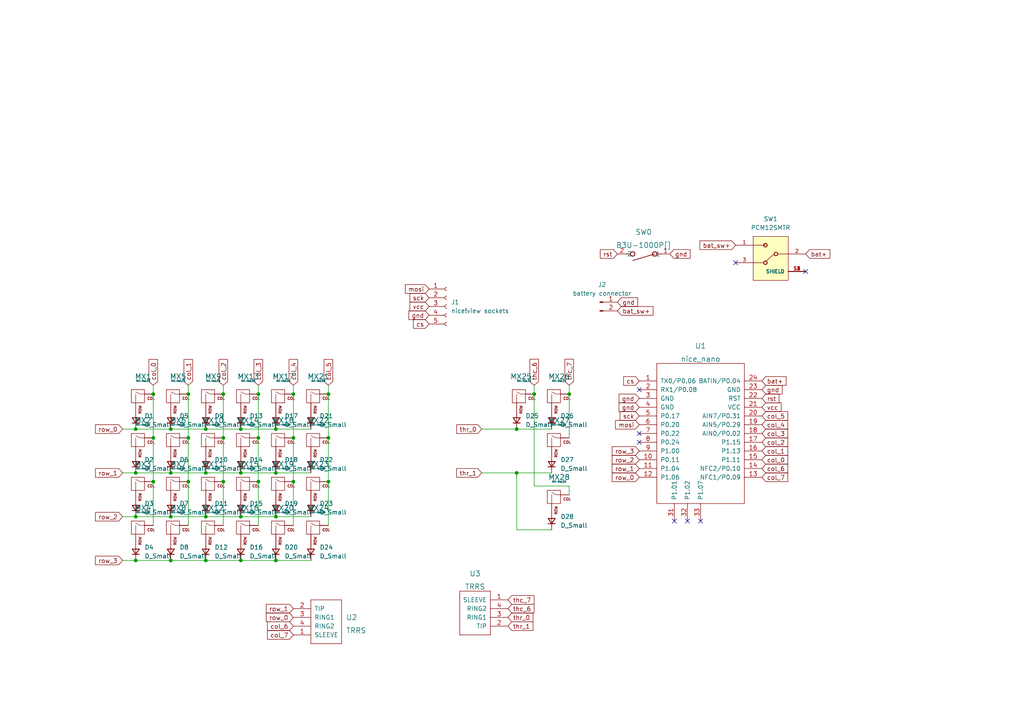
<source format=kicad_sch>
(kicad_sch (version 20230121) (generator eeschema)
  (paper "A4")
  (lib_symbols
    (symbol "2023-08-22_23-55-11:B3U-1000P[]" (pin_names (offset 0.254))
      (property "Reference" "SW" (at 7.62 3.81 0))
      (property "Value" "B3U-1000P[]" (at 0 0 0))
      (symbol "B3U-1000P[]_0_1"
        (polyline (pts (xy 2.54 0) (xy 3.81 0)) (stroke (width 0.2032)))
        (polyline (pts (xy 4.445 -1.905) (xy 10.795 0)) (stroke (width 0.2032)))
        (polyline (pts (xy 12.7 0) (xy 11.43 0)) (stroke (width 0.2032)))
        (circle (center 4.445 0) (radius 0.635) (stroke (width 0.254)))
        (circle (center 10.795 0) (radius 0.635) (stroke (width 0.254)))
        (pin unspecified line (at 15.24 0 180) (length 2.54) (name "1") (number "1"))
        (pin unspecified line (at 0 0 0) (length 2.54) (name "2") (number "2"))
      )
    )
    (symbol "Connector:Conn_01x02_Male" (pin_names (offset 1.016) hide)
      (property "Reference" "J" (at 0 2.54 0))
      (property "Value" "Conn_01x02_Male" (at 0 -5.08 0))
      (symbol "Conn_01x02_Male_1_1"
        (polyline (pts (xy 1.27 -2.54) (xy 0.8636 -2.54)) (stroke (width 0.1524)))
        (polyline (pts (xy 1.27 0) (xy 0.8636 0)) (stroke (width 0.1524)))
        (rectangle (start 0.8636 -2.413) (end 0 -2.667) (stroke (width 0.1524)) (fill (type outline)))
        (rectangle (start 0.8636 0.127) (end 0 -0.127) (stroke (width 0.1524)) (fill (type outline)))
        (pin passive line (at 5.08 0 180) (length 3.81) (name "Pin_1") (number "1"))
        (pin passive line (at 5.08 -2.54 180) (length 3.81) (name "Pin_2") (number "2"))
      )
    )
    (symbol "Connector:Conn_01x05_Female" (pin_names (offset 1.016) hide)
      (property "Reference" "J" (at 0 7.62 0))
      (property "Value" "Conn_01x05_Female" (at 0 -7.62 0))
      (symbol "Conn_01x05_Female_1_1"
        (arc (start 0 -4.572) (mid -0.5058 -5.08) (end 0 -5.588) (stroke (width 0.1524)))
        (arc (start 0 -2.032) (mid -0.5058 -2.54) (end 0 -3.048) (stroke (width 0.1524)))
        (polyline (pts (xy -1.27 -5.08) (xy -0.508 -5.08)) (stroke (width 0.1524)))
        (polyline (pts (xy -1.27 -2.54) (xy -0.508 -2.54)) (stroke (width 0.1524)))
        (polyline (pts (xy -1.27 0) (xy -0.508 0)) (stroke (width 0.1524)))
        (polyline (pts (xy -1.27 2.54) (xy -0.508 2.54)) (stroke (width 0.1524)))
        (polyline (pts (xy -1.27 5.08) (xy -0.508 5.08)) (stroke (width 0.1524)))
        (arc (start 0 0.508) (mid -0.5058 0) (end 0 -0.508) (stroke (width 0.1524)))
        (arc (start 0 3.048) (mid -0.5058 2.54) (end 0 2.032) (stroke (width 0.1524)))
        (arc (start 0 5.588) (mid -0.5058 5.08) (end 0 4.572) (stroke (width 0.1524)))
        (pin passive line (at -5.08 5.08 0) (length 3.81) (name "Pin_1") (number "1"))
        (pin passive line (at -5.08 2.54 0) (length 3.81) (name "Pin_2") (number "2"))
        (pin passive line (at -5.08 0 0) (length 3.81) (name "Pin_3") (number "3"))
        (pin passive line (at -5.08 -2.54 0) (length 3.81) (name "Pin_4") (number "4"))
        (pin passive line (at -5.08 -5.08 0) (length 3.81) (name "Pin_5") (number "5"))
      )
    )
    (symbol "Device:D_Small" (pin_numbers hide) (pin_names (offset 0.254) hide)
      (property "Reference" "D" (at -1.27 2.032 0))
      (property "Value" "D_Small" (at -3.81 -2.032 0))
      (symbol "D_Small_0_1"
        (polyline (pts (xy -0.762 -1.016) (xy -0.762 1.016)) (stroke (width 0.254)))
        (polyline (pts (xy -0.762 0) (xy 0.762 0)))
        (polyline (pts (xy 0.762 -1.016) (xy -0.762 0) (xy 0.762 1.016) (xy 0.762 -1.016)) (stroke (width 0.254)))
      )
      (symbol "D_Small_1_1"
        (pin passive line (at -2.54 0 0) (length 1.778) (name "K") (number "1"))
        (pin passive line (at 2.54 0 180) (length 1.778) (name "A") (number "2"))
      )
    )
    (symbol "MX_Alps_Hybrid:MX-NoLED" (pin_names (offset 1.016))
      (property "Reference" "MX" (at -0.635 3.81 0))
      (property "Value" "MX-NoLED" (at -0.635 1.27 0))
      (symbol "MX-NoLED_0_0"
        (rectangle (start -2.54 2.54) (end 1.27 -1.27))
        (polyline (pts (xy -1.27 -1.27) (xy -1.27 1.27)) (stroke (width 0.127)))
        (polyline (pts (xy 1.27 1.27) (xy 0 1.27) (xy -1.27 1.905)) (stroke (width 0.127)))
        (text "COL" (at 3.175 0 0) (effects (font (size 0.762 0.762))))
        (text "ROW" (at 0 -1.905 900) (effects (font (size 0.762 0.762)) (justify right)))
      )
      (symbol "MX-NoLED_1_1"
        (pin passive line (at 3.81 1.27 180) (length 2.54) (name "COL") (number "1"))
        (pin passive line (at -1.27 -3.81 90) (length 2.54) (name "ROW") (number "2"))
      )
    )
    (symbol "PCM12SMTR:PCM12SMTR" (pin_names (offset 1.016))
      (property "Reference" "SW" (at -5.0844 5.3386 0))
      (property "Value" "PCM12SMTR" (at -5.1814 -9.6619 0))
      (symbol "PCM12SMTR_0_0"
        (rectangle (start -5.08 -7.62) (end 5.08 5.08) (stroke (width 0.1524)) (fill (type background)))
        (circle (center -1.524 -2.54) (radius 0.508) (stroke (width 0.254)))
        (circle (center -1.524 2.54) (radius 0.508) (stroke (width 0.254)))
        (polyline (pts (xy -5.08 -2.54) (xy -2.032 -2.54)) (stroke (width 0.1524)))
        (polyline (pts (xy -5.08 2.54) (xy -1.524 2.54)) (stroke (width 0.1524)))
        (polyline (pts (xy 1.016 0) (xy -1.27 -2.032)) (stroke (width 0.1524)))
        (polyline (pts (xy 2.032 0) (xy 5.08 0)) (stroke (width 0.1524)))
        (circle (center 1.524 0) (radius 0.508) (stroke (width 0.254)))
        (pin passive line (at -10.16 2.54 0) (length 5.08) (name "~") (number "1"))
        (pin passive line (at 10.16 0 180) (length 5.08) (name "~") (number "2"))
        (pin passive line (at -10.16 -2.54 0) (length 5.08) (name "~") (number "3"))
        (pin passive line (at 10.16 -5.08 180) (length 5.08) (name "SHIELD") (number "S1"))
        (pin passive line (at 10.16 -5.08 180) (length 5.08) (name "SHIELD") (number "S2"))
        (pin passive line (at 10.16 -5.08 180) (length 5.08) (name "SHIELD") (number "S3"))
        (pin passive line (at 10.16 -5.08 180) (length 5.08) (name "SHIELD") (number "S4"))
      )
    )
    (symbol "keebio:TRRS" (pin_names (offset 1.016))
      (property "Reference" "U" (at 0 15.24 0))
      (property "Value" "TRRS" (at 0 -2.54 0))
      (symbol "TRRS_0_1"
        (rectangle (start -3.81 0) (end -3.81 12.7))
        (rectangle (start -3.81 12.7) (end 5.08 12.7))
        (rectangle (start 5.08 0) (end -3.81 0))
        (rectangle (start 5.08 12.7) (end 5.08 0))
      )
      (symbol "TRRS_1_1"
        (pin input line (at -8.89 2.54 0) (length 5.08) (name "SLEEVE") (number "1"))
        (pin input line (at -8.89 10.16 0) (length 5.08) (name "TIP") (number "2"))
        (pin input line (at -8.89 7.62 0) (length 5.08) (name "RING1") (number "3"))
        (pin input line (at -8.89 5.08 0) (length 5.08) (name "RING2") (number "4"))
      )
    )
    (symbol "nice_nano:nice_nano" (pin_names (offset 1.016))
      (property "Reference" "U" (at 0 0 0))
      (property "Value" "nice_nano" (at 0 2.54 0))
      (symbol "nice_nano_0_1"
        (rectangle (start -12.7 -21.59) (end 12.7 19.05))
      )
      (symbol "nice_nano_1_1"
        (pin input line (at -17.78 13.97 0) (length 5.08) (name "TX0/P0.06") (number "1"))
        (pin input line (at -17.78 -8.89 0) (length 5.08) (name "P0.11") (number "10"))
        (pin input line (at -17.78 -11.43 0) (length 5.08) (name "P1.04") (number "11"))
        (pin input line (at -17.78 -13.97 0) (length 5.08) (name "P1.06") (number "12"))
        (pin input line (at 17.78 -13.97 180) (length 5.08) (name "NFC1/P0.09") (number "13"))
        (pin input line (at 17.78 -11.43 180) (length 5.08) (name "NFC2/P0.10") (number "14"))
        (pin input line (at 17.78 -8.89 180) (length 5.08) (name "P1.11") (number "15"))
        (pin input line (at 17.78 -6.35 180) (length 5.08) (name "P1.13") (number "16"))
        (pin input line (at 17.78 -3.81 180) (length 5.08) (name "P1.15") (number "17"))
        (pin input line (at 17.78 -1.27 180) (length 5.08) (name "AIN0/P0.02") (number "18"))
        (pin input line (at 17.78 1.27 180) (length 5.08) (name "AIN5/P0.29") (number "19"))
        (pin input line (at -17.78 11.43 0) (length 5.08) (name "RX1/P0.08") (number "2"))
        (pin input line (at 17.78 3.81 180) (length 5.08) (name "AIN7/P0.31") (number "20"))
        (pin input line (at 17.78 6.35 180) (length 5.08) (name "VCC") (number "21"))
        (pin input line (at 17.78 8.89 180) (length 5.08) (name "RST") (number "22"))
        (pin input line (at 17.78 11.43 180) (length 5.08) (name "GND") (number "23"))
        (pin input line (at 17.78 13.97 180) (length 5.08) (name "BATIN/P0.04") (number "24"))
        (pin input line (at -17.78 8.89 0) (length 5.08) (name "GND") (number "3"))
        (pin input line (at -7.62 -26.67 90) (length 5.08) (name "P1.01") (number "31"))
        (pin input line (at -3.81 -26.67 90) (length 5.08) (name "P1.02") (number "32"))
        (pin input line (at 0 -26.67 90) (length 5.08) (name "P1.07") (number "33"))
        (pin input line (at -17.78 6.35 0) (length 5.08) (name "GND") (number "4"))
        (pin input line (at -17.78 3.81 0) (length 5.08) (name "P0.17") (number "5"))
        (pin input line (at -17.78 1.27 0) (length 5.08) (name "P0.20") (number "6"))
        (pin input line (at -17.78 -1.27 0) (length 5.08) (name "P0.22") (number "7"))
        (pin input line (at -17.78 -3.81 0) (length 5.08) (name "P0.24") (number "8"))
        (pin input line (at -17.78 -6.35 0) (length 5.08) (name "P1.00") (number "9"))
      )
    )
  )
  (junction (at 54.61 139.7))
  (junction (at 59.69 137.16))
  (junction (at 165.1 114.3))
  (junction (at 69.85 124.46))
  (junction (at 49.53 149.86))
  (junction (at 154.94 114.3))
  (junction (at 49.53 137.16))
  (junction (at 95.25 139.7))
  (junction (at 80.01 137.16))
  (junction (at 69.85 137.16))
  (junction (at 59.69 162.56))
  (junction (at 69.85 162.56))
  (junction (at 54.61 127))
  (junction (at 74.93 139.7))
  (junction (at 39.37 149.86))
  (junction (at 85.09 127))
  (junction (at 74.93 114.3))
  (junction (at 80.01 162.56))
  (junction (at 44.45 127))
  (junction (at 54.61 114.3))
  (junction (at 49.53 124.46))
  (junction (at 59.69 124.46))
  (junction (at 149.86 137.16))
  (junction (at 95.25 114.3))
  (junction (at 69.85 149.86))
  (junction (at 149.86 124.46))
  (junction (at 39.37 162.56))
  (junction (at 39.37 137.16))
  (junction (at 64.77 114.3))
  (junction (at 95.25 127))
  (junction (at 85.09 114.3))
  (junction (at 64.77 139.7))
  (junction (at 49.53 162.56))
  (junction (at 39.37 124.46))
  (junction (at 44.45 114.3))
  (junction (at 85.09 139.7))
  (junction (at 74.93 127))
  (junction (at 80.01 149.86))
  (junction (at 44.45 139.7))
  (junction (at 64.77 127))
  (junction (at 59.69 149.86))
  (junction (at 80.01 124.46))
  (no_connect (at 199.39 151.13))
  (no_connect (at 195.58 151.13))
  (no_connect (at 185.42 128.27))
  (no_connect (at 203.2 151.13))
  (no_connect (at 185.42 125.73))
  (no_connect (at 213.36 76.2))
  (no_connect (at 233.68 78.74))
  (no_connect (at 185.42 113.03))
  (wire (pts (xy 80.01 162.56) (xy 90.17 162.56)))
  (wire (pts (xy 49.53 124.46) (xy 59.69 124.46)))
  (wire (pts (xy 139.7 137.16) (xy 149.86 137.16)))
  (wire (pts (xy 44.45 114.3) (xy 44.45 127)))
  (wire (pts (xy 85.09 114.3) (xy 85.09 127)))
  (wire (pts (xy 74.93 139.7) (xy 74.93 152.4)))
  (wire (pts (xy 154.94 111.76) (xy 154.94 114.3)))
  (wire (pts (xy 64.77 114.3) (xy 64.77 127)))
  (wire (pts (xy 59.69 137.16) (xy 69.85 137.16)))
  (wire (pts (xy 44.45 111.76) (xy 44.45 114.3)))
  (wire (pts (xy 59.69 124.46) (xy 69.85 124.46)))
  (wire (pts (xy 149.86 124.46) (xy 160.02 124.46)))
  (wire (pts (xy 35.56 137.16) (xy 39.37 137.16)))
  (wire (pts (xy 95.25 111.76) (xy 95.25 114.3)))
  (wire (pts (xy 139.7 124.46) (xy 149.86 124.46)))
  (wire (pts (xy 80.01 137.16) (xy 90.17 137.16)))
  (wire (pts (xy 54.61 114.3) (xy 54.61 127)))
  (wire (pts (xy 64.77 111.76) (xy 64.77 114.3)))
  (wire (pts (xy 74.93 127) (xy 74.93 139.7)))
  (wire (pts (xy 74.93 114.3) (xy 74.93 127)))
  (wire (pts (xy 74.93 111.76) (xy 74.93 114.3)))
  (wire (pts (xy 95.25 127) (xy 95.25 139.7)))
  (wire (pts (xy 165.1 114.3) (xy 165.1 127)))
  (wire (pts (xy 149.86 137.16) (xy 160.02 137.16)))
  (wire (pts (xy 154.94 140.97) (xy 165.1 140.97)))
  (wire (pts (xy 49.53 149.86) (xy 59.69 149.86)))
  (wire (pts (xy 49.53 162.56) (xy 59.69 162.56)))
  (wire (pts (xy 39.37 149.86) (xy 49.53 149.86)))
  (wire (pts (xy 165.1 140.97) (xy 165.1 143.51)))
  (wire (pts (xy 95.25 114.3) (xy 95.25 127)))
  (wire (pts (xy 35.56 162.56) (xy 39.37 162.56)))
  (wire (pts (xy 69.85 149.86) (xy 80.01 149.86)))
  (wire (pts (xy 54.61 139.7) (xy 54.61 152.4)))
  (wire (pts (xy 64.77 127) (xy 64.77 139.7)))
  (wire (pts (xy 95.25 139.7) (xy 95.25 152.4)))
  (wire (pts (xy 149.86 137.16) (xy 149.86 153.67)))
  (wire (pts (xy 64.77 139.7) (xy 64.77 152.4)))
  (wire (pts (xy 49.53 137.16) (xy 59.69 137.16)))
  (wire (pts (xy 54.61 127) (xy 54.61 139.7)))
  (wire (pts (xy 39.37 137.16) (xy 49.53 137.16)))
  (wire (pts (xy 85.09 111.76) (xy 85.09 114.3)))
  (wire (pts (xy 85.09 139.7) (xy 85.09 152.4)))
  (wire (pts (xy 80.01 124.46) (xy 90.17 124.46)))
  (wire (pts (xy 35.56 124.46) (xy 39.37 124.46)))
  (wire (pts (xy 59.69 149.86) (xy 69.85 149.86)))
  (wire (pts (xy 44.45 139.7) (xy 44.45 152.4)))
  (wire (pts (xy 160.02 153.67) (xy 149.86 153.67)))
  (wire (pts (xy 54.61 111.76) (xy 54.61 114.3)))
  (wire (pts (xy 80.01 149.86) (xy 90.17 149.86)))
  (wire (pts (xy 44.45 127) (xy 44.45 139.7)))
  (wire (pts (xy 85.09 127) (xy 85.09 139.7)))
  (wire (pts (xy 69.85 124.46) (xy 80.01 124.46)))
  (wire (pts (xy 35.56 149.86) (xy 39.37 149.86)))
  (wire (pts (xy 69.85 162.56) (xy 80.01 162.56)))
  (wire (pts (xy 69.85 137.16) (xy 80.01 137.16)))
  (wire (pts (xy 154.94 114.3) (xy 154.94 140.97)))
  (wire (pts (xy 39.37 162.56) (xy 49.53 162.56)))
  (wire (pts (xy 39.37 124.46) (xy 49.53 124.46)))
  (wire (pts (xy 59.69 162.56) (xy 69.85 162.56)))
  (wire (pts (xy 165.1 111.76) (xy 165.1 114.3)))
  (global_label "cs" (shape input) (at 124.46 93.98 180) (property "Intersheetrefs" "${INTERSHEET_REFS}" (effects hide)))
  (global_label "gnd" (shape input) (at 194.31 73.66 0) (property "Intersheetrefs" "${INTERSHEET_REFS}" (effects hide)))
  (global_label "gnd" (shape input) (at 220.98 113.03 0) (property "Intersheetrefs" "${INTERSHEET_REFS}" (effects hide)))
  (global_label "col_1" (shape input) (at 220.98 130.81 0) (property "Intersheetrefs" "${INTERSHEET_REFS}" (effects hide)))
  (global_label "row_2" (shape input) (at 35.56 149.86 180) (property "Intersheetrefs" "${INTERSHEET_REFS}" (effects hide)))
  (global_label "vcc" (shape input) (at 124.46 88.9 180) (property "Intersheetrefs" "${INTERSHEET_REFS}" (effects hide)))
  (global_label "bat+" (shape input) (at 233.68 73.66 0) (property "Intersheetrefs" "${INTERSHEET_REFS}" (effects hide)))
  (global_label "col_0" (shape input) (at 220.98 133.35 0) (property "Intersheetrefs" "${INTERSHEET_REFS}" (effects hide)))
  (global_label "gnd" (shape input) (at 185.42 115.57 180) (property "Intersheetrefs" "${INTERSHEET_REFS}" (effects hide)))
  (global_label "col_3" (shape input) (at 220.98 125.73 0) (property "Intersheetrefs" "${INTERSHEET_REFS}" (effects hide)))
  (global_label "mosi" (shape input) (at 185.42 123.19 180) (property "Intersheetrefs" "${INTERSHEET_REFS}" (effects hide)))
  (global_label "row_3" (shape input) (at 35.56 162.56 180) (property "Intersheetrefs" "${INTERSHEET_REFS}" (effects hide)))
  (global_label "col_3" (shape input) (at 74.93 111.76 90) (property "Intersheetrefs" "${INTERSHEET_REFS}" (effects hide)))
  (global_label "col_6" (shape input) (at 220.98 135.89 0) (property "Intersheetrefs" "${INTERSHEET_REFS}" (effects hide)))
  (global_label "row_1" (shape input) (at 185.42 135.89 180) (property "Intersheetrefs" "${INTERSHEET_REFS}" (effects hide)))
  (global_label "thc_6" (shape input) (at 154.94 111.76 90) (property "Intersheetrefs" "${INTERSHEET_REFS}" (effects hide)))
  (global_label "row_1" (shape input) (at 35.56 137.16 180) (property "Intersheetrefs" "${INTERSHEET_REFS}" (effects hide)))
  (global_label "col_2" (shape input) (at 64.77 111.76 90) (property "Intersheetrefs" "${INTERSHEET_REFS}" (effects hide)))
  (global_label "col_7" (shape input) (at 85.09 184.15 180) (property "Intersheetrefs" "${INTERSHEET_REFS}" (effects hide)))
  (global_label "row_0" (shape input) (at 185.42 138.43 180) (property "Intersheetrefs" "${INTERSHEET_REFS}" (effects hide)))
  (global_label "col_5" (shape input) (at 95.25 111.76 90) (property "Intersheetrefs" "${INTERSHEET_REFS}" (effects hide)))
  (global_label "col_7" (shape input) (at 220.98 138.43 0) (property "Intersheetrefs" "${INTERSHEET_REFS}" (effects hide)))
  (global_label "rst" (shape input) (at 220.98 115.57 0) (property "Intersheetrefs" "${INTERSHEET_REFS}" (effects hide)))
  (global_label "row_2" (shape input) (at 185.42 133.35 180) (property "Intersheetrefs" "${INTERSHEET_REFS}" (effects hide)))
  (global_label "vcc" (shape input) (at 220.98 118.11 0) (property "Intersheetrefs" "${INTERSHEET_REFS}" (effects hide)))
  (global_label "col_0" (shape input) (at 44.45 111.76 90) (property "Intersheetrefs" "${INTERSHEET_REFS}" (effects hide)))
  (global_label "rst" (shape input) (at 179.07 73.66 180) (property "Intersheetrefs" "${INTERSHEET_REFS}" (effects hide)))
  (global_label "row_3" (shape input) (at 185.42 130.81 180) (property "Intersheetrefs" "${INTERSHEET_REFS}" (effects hide)))
  (global_label "thr_1" (shape input) (at 139.7 137.16 180) (property "Intersheetrefs" "${INTERSHEET_REFS}" (effects hide)))
  (global_label "row_0" (shape input) (at 85.09 179.07 180) (property "Intersheetrefs" "${INTERSHEET_REFS}" (effects hide)))
  (global_label "col_4" (shape input) (at 220.98 123.19 0) (property "Intersheetrefs" "${INTERSHEET_REFS}" (effects hide)))
  (global_label "sck" (shape input) (at 185.42 120.65 180) (property "Intersheetrefs" "${INTERSHEET_REFS}" (effects hide)))
  (global_label "col_1" (shape input) (at 54.61 111.76 90) (property "Intersheetrefs" "${INTERSHEET_REFS}" (effects hide)))
  (global_label "bat_sw+" (shape input) (at 179.07 90.17 0) (property "Intersheetrefs" "${INTERSHEET_REFS}" (effects hide)))
  (global_label "thr_1" (shape input) (at 147.32 181.61 0) (property "Intersheetrefs" "${INTERSHEET_REFS}" (effects hide)))
  (global_label "col_2" (shape input) (at 220.98 128.27 0) (property "Intersheetrefs" "${INTERSHEET_REFS}" (effects hide)))
  (global_label "sck" (shape input) (at 124.46 86.36 180) (property "Intersheetrefs" "${INTERSHEET_REFS}" (effects hide)))
  (global_label "thc_7" (shape input) (at 147.32 173.99 0) (property "Intersheetrefs" "${INTERSHEET_REFS}" (effects hide)))
  (global_label "bat_sw+" (shape input) (at 213.36 71.12 180) (property "Intersheetrefs" "${INTERSHEET_REFS}" (effects hide)))
  (global_label "col_4" (shape input) (at 85.09 111.76 90) (property "Intersheetrefs" "${INTERSHEET_REFS}" (effects hide)))
  (global_label "gnd" (shape input) (at 185.42 118.11 180) (property "Intersheetrefs" "${INTERSHEET_REFS}" (effects hide)))
  (global_label "thc_6" (shape input) (at 147.32 176.53 0) (property "Intersheetrefs" "${INTERSHEET_REFS}" (effects hide)))
  (global_label "cs" (shape input) (at 185.42 110.49 180) (property "Intersheetrefs" "${INTERSHEET_REFS}" (effects hide)))
  (global_label "gnd" (shape input) (at 124.46 91.44 180) (property "Intersheetrefs" "${INTERSHEET_REFS}" (effects hide)))
  (global_label "row_0" (shape input) (at 35.56 124.46 180) (property "Intersheetrefs" "${INTERSHEET_REFS}" (effects hide)))
  (global_label "mosi" (shape input) (at 124.46 83.82 180) (property "Intersheetrefs" "${INTERSHEET_REFS}" (effects hide)))
  (global_label "thr_0" (shape input) (at 147.32 179.07 0) (property "Intersheetrefs" "${INTERSHEET_REFS}" (effects hide)))
  (global_label "col_6" (shape input) (at 85.09 181.61 180) (property "Intersheetrefs" "${INTERSHEET_REFS}" (effects hide)))
  (global_label "row_1" (shape input) (at 85.09 176.53 180) (property "Intersheetrefs" "${INTERSHEET_REFS}" (effects hide)))
  (global_label "gnd" (shape input) (at 179.07 87.63 0) (property "Intersheetrefs" "${INTERSHEET_REFS}" (effects hide)))
  (global_label "bat+" (shape input) (at 220.98 110.49 0) (property "Intersheetrefs" "${INTERSHEET_REFS}" (effects hide)))
  (global_label "thc_7" (shape input) (at 165.1 111.76 90) (property "Intersheetrefs" "${INTERSHEET_REFS}" (effects hide)))
  (global_label "col_5" (shape input) (at 220.98 120.65 0) (property "Intersheetrefs" "${INTERSHEET_REFS}" (effects hide)))
  (global_label "thr_0" (shape input) (at 139.7 124.46 180) (property "Intersheetrefs" "${INTERSHEET_REFS}" (effects hide)))
  (symbol (lib_id "MX_Alps_Hybrid:MX-NoLED") (at 71.12 153.67 0) (unit 1)
    (property "Reference" "MX16" (at 72.0056 147.32 0) (effects (font (size 1.524 1.524))))
    (property "Value" "MX-NoLED" (at 72.0056 148.59 0) (effects (font (size 0.508 0.508))))
    (property "Footprint" "MX_Only:MXOnly-1U-Hotswap" (effects hide))
  )
  (symbol (lib_id "Device:D_Small") (at 59.69 121.92 90) (unit 1)
    (property "Reference" "D9" (at 62.23 120.6499 90) (effects (justify right)))
    (property "Value" "D_Small" (at 62.23 123.1899 90) (effects (justify right)))
    (property "Footprint" "modified_footprints:D_SOD-123_reversible" (effects hide))
  )
  (symbol (lib_id "Device:D_Small") (at 69.85 134.62 90) (unit 1)
    (property "Reference" "D14" (at 72.39 133.3499 90) (effects (justify right)))
    (property "Value" "D_Small" (at 72.39 135.8899 90) (effects (justify right)))
    (property "Footprint" "modified_footprints:D_SOD-123_reversible" (effects hide))
  )
  (symbol (lib_id "Device:D_Small") (at 39.37 121.92 90) (unit 1)
    (property "Reference" "D1" (at 41.91 120.6499 90) (effects (justify right)))
    (property "Value" "D_Small" (at 41.91 123.1899 90) (effects (justify right)))
    (property "Footprint" "modified_footprints:D_SOD-123_reversible" (effects hide))
  )
  (symbol (lib_id "Connector:Conn_01x05_Female") (at 129.54 88.9 0) (unit 1)
    (property "Reference" "J1" (at 130.81 87.6299 0) (effects (justify left)))
    (property "Value" "nice!view sockets" (at 130.81 90.1699 0) (effects (justify left)))
    (property "Footprint" "modified_footprints:nice_view_adapted" (effects hide))
  )
  (symbol (lib_id "Device:D_Small") (at 49.53 147.32 90) (unit 1)
    (property "Reference" "D7" (at 52.07 146.0499 90) (effects (justify right)))
    (property "Value" "D_Small" (at 52.07 148.5899 90) (effects (justify right)))
    (property "Footprint" "modified_footprints:D_SOD-123_reversible" (effects hide))
  )
  (symbol (lib_id "nice_nano:nice_nano") (at 203.2 124.46 0) (unit 1)
    (property "Reference" "U1" (at 203.2 100.33 0) (effects (font (size 1.524 1.524))))
    (property "Value" "nice_nano" (at 203.2 104.14 0) (effects (font (size 1.524 1.524))))
    (property "Footprint" "keyboard_reversible:ProMicro" (effects hide))
  )
  (symbol (lib_id "2023-08-22_23-55-11:B3U-1000P[]") (at 179.07 73.66 0) (unit 1)
    (property "Reference" "SW0" (at 186.69 67.31 0) (effects (font (size 1.524 1.524))))
    (property "Value" "B3U-1000P[]" (at 186.69 71.12 0) (effects (font (size 1.524 1.524))))
    (property "Footprint" "SW_B3U-1000P_OMR" (effects hide))
    (property "Datasheet" "B3U-1000P[]" (effects hide))
  )
  (symbol (lib_id "MX_Alps_Hybrid:MX-NoLED") (at 50.8 153.67 0) (unit 1)
    (property "Reference" "MX8" (at 51.6856 147.32 0) (effects (font (size 1.524 1.524))))
    (property "Value" "MX-NoLED" (at 51.6856 148.59 0) (effects (font (size 0.508 0.508))))
    (property "Footprint" "MX_Only:MXOnly-1U-Hotswap" (effects hide))
  )
  (symbol (lib_id "MX_Alps_Hybrid:MX-NoLED") (at 81.28 115.57 0) (unit 1)
    (property "Reference" "MX17" (at 82.1656 109.22 0) (effects (font (size 1.524 1.524))))
    (property "Value" "MX-NoLED" (at 82.1656 110.49 0) (effects (font (size 0.508 0.508))))
    (property "Footprint" "MX_Only:MXOnly-1U-Hotswap" (effects hide))
  )
  (symbol (lib_id "MX_Alps_Hybrid:MX-NoLED") (at 50.8 115.57 0) (unit 1)
    (property "Reference" "MX5" (at 51.6856 109.22 0) (effects (font (size 1.524 1.524))))
    (property "Value" "MX-NoLED" (at 51.6856 110.49 0) (effects (font (size 0.508 0.508))))
    (property "Footprint" "MX_Only:MXOnly-1U-Hotswap" (effects hide))
  )
  (symbol (lib_id "MX_Alps_Hybrid:MX-NoLED") (at 50.8 140.97 0) (unit 1)
    (property "Reference" "MX7" (at 51.6856 134.62 0) (effects (font (size 1.524 1.524))))
    (property "Value" "MX-NoLED" (at 51.6856 135.89 0) (effects (font (size 0.508 0.508))))
    (property "Footprint" "MX_Only:MXOnly-1U-Hotswap" (effects hide))
  )
  (symbol (lib_id "MX_Alps_Hybrid:MX-NoLED") (at 81.28 128.27 0) (unit 1)
    (property "Reference" "MX18" (at 82.1656 121.92 0) (effects (font (size 1.524 1.524))))
    (property "Value" "MX-NoLED" (at 82.1656 123.19 0) (effects (font (size 0.508 0.508))))
    (property "Footprint" "MX_Only:MXOnly-1U-Hotswap" (effects hide))
  )
  (symbol (lib_id "Device:D_Small") (at 160.02 121.92 90) (unit 1)
    (property "Reference" "D26" (at 162.56 120.6499 90) (effects (justify right)))
    (property "Value" "D_Small" (at 162.56 123.1899 90) (effects (justify right)))
    (property "Footprint" "modified_footprints:D_SOD-123_reversible" (effects hide))
  )
  (symbol (lib_id "Device:D_Small") (at 49.53 121.92 90) (unit 1)
    (property "Reference" "D5" (at 52.07 120.6499 90) (effects (justify right)))
    (property "Value" "D_Small" (at 52.07 123.1899 90) (effects (justify right)))
    (property "Footprint" "modified_footprints:D_SOD-123_reversible" (effects hide))
  )
  (symbol (lib_id "Device:D_Small") (at 59.69 147.32 90) (unit 1)
    (property "Reference" "D11" (at 62.23 146.0499 90) (effects (justify right)))
    (property "Value" "D_Small" (at 62.23 148.5899 90) (effects (justify right)))
    (property "Footprint" "modified_footprints:D_SOD-123_reversible" (effects hide))
  )
  (symbol (lib_id "Device:D_Small") (at 90.17 147.32 90) (unit 1)
    (property "Reference" "D23" (at 92.71 146.0499 90) (effects (justify right)))
    (property "Value" "D_Small" (at 92.71 148.5899 90) (effects (justify right)))
    (property "Footprint" "modified_footprints:D_SOD-123_reversible" (effects hide))
  )
  (symbol (lib_id "MX_Alps_Hybrid:MX-NoLED") (at 40.64 128.27 0) (unit 1)
    (property "Reference" "MX2" (at 41.5256 121.92 0) (effects (font (size 1.524 1.524))))
    (property "Value" "MX-NoLED" (at 41.5256 123.19 0) (effects (font (size 0.508 0.508))))
    (property "Footprint" "MX_Only:MXOnly-1U-Hotswap" (effects hide))
  )
  (symbol (lib_id "MX_Alps_Hybrid:MX-NoLED") (at 81.28 153.67 0) (unit 1)
    (property "Reference" "MX20" (at 82.1656 147.32 0) (effects (font (size 1.524 1.524))))
    (property "Value" "MX-NoLED" (at 82.1656 148.59 0) (effects (font (size 0.508 0.508))))
    (property "Footprint" "MX_Only:MXOnly-1U-Hotswap" (effects hide))
  )
  (symbol (lib_id "MX_Alps_Hybrid:MX-NoLED") (at 151.13 115.57 0) (unit 1)
    (property "Reference" "MX25" (at 151.13 109.22 0) (effects (font (size 1.524 1.524))))
    (property "Value" "MX-NoLED" (at 152.0156 110.49 0) (effects (font (size 0.508 0.508))))
    (property "Footprint" "MX_Only:MXOnly-2.25U-Hotswap" (effects hide))
  )
  (symbol (lib_id "MX_Alps_Hybrid:MX-NoLED") (at 161.29 144.78 0) (unit 1)
    (property "Reference" "MX28" (at 162.1756 138.43 0) (effects (font (size 1.524 1.524))))
    (property "Value" "MX-NoLED" (at 162.1756 139.7 0) (effects (font (size 0.508 0.508))))
    (property "Footprint" "MX_Only:MXOnly-1.5U-Hotswap" (effects hide))
  )
  (symbol (lib_id "MX_Alps_Hybrid:MX-NoLED") (at 40.64 153.67 0) (unit 1)
    (property "Reference" "MX4" (at 41.5256 147.32 0) (effects (font (size 1.524 1.524))))
    (property "Value" "MX-NoLED" (at 41.5256 148.59 0) (effects (font (size 0.508 0.508))))
    (property "Footprint" "MX_Only:MXOnly-1U-Hotswap" (effects hide))
  )
  (symbol (lib_id "Device:D_Small") (at 49.53 160.02 90) (unit 1)
    (property "Reference" "D8" (at 52.07 158.7499 90) (effects (justify right)))
    (property "Value" "D_Small" (at 52.07 161.2899 90) (effects (justify right)))
    (property "Footprint" "modified_footprints:D_SOD-123_reversible" (effects hide))
  )
  (symbol (lib_id "MX_Alps_Hybrid:MX-NoLED") (at 161.29 128.27 0) (unit 1)
    (property "Reference" "MX27" (at 162.1756 121.92 0) (effects (font (size 1.524 1.524))))
    (property "Value" "MX-NoLED" (at 162.1756 123.19 0) (effects (font (size 0.508 0.508))))
    (property "Footprint" "MX_Only:MXOnly-1.5U-Hotswap" (effects hide))
  )
  (symbol (lib_id "Device:D_Small") (at 160.02 151.13 90) (unit 1)
    (property "Reference" "D28" (at 162.56 149.8599 90) (effects (justify right)))
    (property "Value" "D_Small" (at 162.56 152.3999 90) (effects (justify right)))
    (property "Footprint" "modified_footprints:D_SOD-123_reversible" (effects hide))
  )
  (symbol (lib_id "PCM12SMTR:PCM12SMTR") (at 223.52 73.66 0) (unit 1)
    (property "Reference" "SW1" (at 223.52 63.5 0))
    (property "Value" "PCM12SMTR" (at 223.52 66.04 0))
    (property "Footprint" "SW_PCM12SMTR" (effects hide))
    (property "DigiKey_Part_Number" "401-2016-2-ND" (effects hide))
    (property "MF" "C&K" (effects hide))
    (property "Purchase-URL" "https://pricing.snapeda.com/search?q=PCM12SMTR&ref=eda" (effects hide))
    (property "Package" "None" (effects hide))
    (property "Check_prices" "https://www.snapeda.com/parts/PCM12SMTR/C%2526K/view-part/?ref=eda" (effects hide))
    (property "STANDARD" "Manufacturer Recommendation" (effects hide))
    (property "SnapEDA_Link" "https://www.snapeda.com/parts/PCM12SMTR/C%2526K/view-part/?ref=snap" (effects hide))
    (property "MP" "PCM12SMTR" (effects hide))
    (property "Description" "\nSlide Switch SPDT Surface Mount, Right Angle\n" (effects hide))
    (property "MANUFACTURER" "C&K" (effects hide))
  )
  (symbol (lib_id "Device:D_Small") (at 69.85 121.92 90) (unit 1)
    (property "Reference" "D13" (at 72.39 120.6499 90) (effects (justify right)))
    (property "Value" "D_Small" (at 72.39 123.1899 90) (effects (justify right)))
    (property "Footprint" "modified_footprints:D_SOD-123_reversible" (effects hide))
  )
  (symbol (lib_id "Connector:Conn_01x02_Male") (at 173.99 87.63 0) (unit 1)
    (property "Reference" "J2" (at 174.625 82.55 0))
    (property "Value" "battery connector" (at 174.625 85.09 0))
    (property "Footprint" "Connector_JST:JST_PH_S2B-PH-K_1x02_P2.00mm_Horizontal" (effects hide))
  )
  (symbol (lib_id "MX_Alps_Hybrid:MX-NoLED") (at 40.64 115.57 0) (unit 1)
    (property "Reference" "MX1" (at 41.5256 109.22 0) (effects (font (size 1.524 1.524))))
    (property "Value" "MX-NoLED" (at 41.5256 110.49 0) (effects (font (size 0.508 0.508))))
    (property "Footprint" "MX_Only:MXOnly-1U-Hotswap" (effects hide))
  )
  (symbol (lib_id "Device:D_Small") (at 80.01 134.62 90) (unit 1)
    (property "Reference" "D18" (at 82.55 133.3499 90) (effects (justify right)))
    (property "Value" "D_Small" (at 82.55 135.8899 90) (effects (justify right)))
    (property "Footprint" "modified_footprints:D_SOD-123_reversible" (effects hide))
  )
  (symbol (lib_id "Device:D_Small") (at 69.85 160.02 90) (unit 1)
    (property "Reference" "D16" (at 72.39 158.7499 90) (effects (justify right)))
    (property "Value" "D_Small" (at 72.39 161.2899 90) (effects (justify right)))
    (property "Footprint" "modified_footprints:D_SOD-123_reversible" (effects hide))
  )
  (symbol (lib_id "Device:D_Small") (at 39.37 160.02 90) (unit 1)
    (property "Reference" "D4" (at 41.91 158.7499 90) (effects (justify right)))
    (property "Value" "D_Small" (at 41.91 161.2899 90) (effects (justify right)))
    (property "Footprint" "modified_footprints:D_SOD-123_reversible" (effects hide))
  )
  (symbol (lib_id "Device:D_Small") (at 59.69 134.62 90) (unit 1)
    (property "Reference" "D10" (at 62.23 133.3499 90) (effects (justify right)))
    (property "Value" "D_Small" (at 62.23 135.8899 90) (effects (justify right)))
    (property "Footprint" "modified_footprints:D_SOD-123_reversible" (effects hide))
  )
  (symbol (lib_id "MX_Alps_Hybrid:MX-NoLED") (at 81.28 140.97 0) (unit 1)
    (property "Reference" "MX19" (at 82.1656 134.62 0) (effects (font (size 1.524 1.524))))
    (property "Value" "MX-NoLED" (at 82.1656 135.89 0) (effects (font (size 0.508 0.508))))
    (property "Footprint" "MX_Only:MXOnly-1U-Hotswap" (effects hide))
  )
  (symbol (lib_id "keebio:TRRS") (at 138.43 171.45 180) (unit 1)
    (property "Reference" "U3" (at 137.795 166.37 0) (effects (font (size 1.524 1.524))))
    (property "Value" "TRRS" (at 137.795 170.18 0) (effects (font (size 1.524 1.524))))
    (property "Footprint" "keyboard_reversible:PJ-320A" (effects hide))
  )
  (symbol (lib_id "Device:D_Small") (at 80.01 121.92 90) (unit 1)
    (property "Reference" "D17" (at 82.55 120.6499 90) (effects (justify right)))
    (property "Value" "D_Small" (at 82.55 123.1899 90) (effects (justify right)))
    (property "Footprint" "modified_footprints:D_SOD-123_reversible" (effects hide))
  )
  (symbol (lib_id "MX_Alps_Hybrid:MX-NoLED") (at 71.12 115.57 0) (unit 1)
    (property "Reference" "MX13" (at 72.0056 109.22 0) (effects (font (size 1.524 1.524))))
    (property "Value" "MX-NoLED" (at 72.0056 110.49 0) (effects (font (size 0.508 0.508))))
    (property "Footprint" "MX_Only:MXOnly-1U-Hotswap" (effects hide))
  )
  (symbol (lib_id "Device:D_Small") (at 69.85 147.32 90) (unit 1)
    (property "Reference" "D15" (at 72.39 146.0499 90) (effects (justify right)))
    (property "Value" "D_Small" (at 72.39 148.5899 90) (effects (justify right)))
    (property "Footprint" "modified_footprints:D_SOD-123_reversible" (effects hide))
  )
  (symbol (lib_id "MX_Alps_Hybrid:MX-NoLED") (at 91.44 128.27 0) (unit 1)
    (property "Reference" "MX22" (at 92.3256 121.92 0) (effects (font (size 1.524 1.524))))
    (property "Value" "MX-NoLED" (at 92.3256 123.19 0) (effects (font (size 0.508 0.508))))
    (property "Footprint" "MX_Only:MXOnly-1U-Hotswap" (effects hide))
  )
  (symbol (lib_id "Device:D_Small") (at 39.37 147.32 90) (unit 1)
    (property "Reference" "D3" (at 41.91 146.0499 90) (effects (justify right)))
    (property "Value" "D_Small" (at 41.91 148.5899 90) (effects (justify right)))
    (property "Footprint" "modified_footprints:D_SOD-123_reversible" (effects hide))
  )
  (symbol (lib_id "MX_Alps_Hybrid:MX-NoLED") (at 161.29 115.57 0) (unit 1)
    (property "Reference" "MX26" (at 162.1756 109.22 0) (effects (font (size 1.524 1.524))))
    (property "Value" "MX-NoLED" (at 162.1756 110.49 0) (effects (font (size 0.508 0.508))))
    (property "Footprint" "MX_Only:MXOnly-1.5U-Hotswap" (effects hide))
  )
  (symbol (lib_id "Device:D_Small") (at 90.17 160.02 90) (unit 1)
    (property "Reference" "D24" (at 92.71 158.7499 90) (effects (justify right)))
    (property "Value" "D_Small" (at 92.71 161.2899 90) (effects (justify right)))
    (property "Footprint" "modified_footprints:D_SOD-123_reversible" (effects hide))
  )
  (symbol (lib_id "MX_Alps_Hybrid:MX-NoLED") (at 60.96 128.27 0) (unit 1)
    (property "Reference" "MX10" (at 61.8456 121.92 0) (effects (font (size 1.524 1.524))))
    (property "Value" "MX-NoLED" (at 61.8456 123.19 0) (effects (font (size 0.508 0.508))))
    (property "Footprint" "MX_Only:MXOnly-1U-Hotswap" (effects hide))
  )
  (symbol (lib_id "MX_Alps_Hybrid:MX-NoLED") (at 60.96 115.57 0) (unit 1)
    (property "Reference" "MX9" (at 61.8456 109.22 0) (effects (font (size 1.524 1.524))))
    (property "Value" "MX-NoLED" (at 61.8456 110.49 0) (effects (font (size 0.508 0.508))))
    (property "Footprint" "MX_Only:MXOnly-1U-Hotswap" (effects hide))
  )
  (symbol (lib_id "Device:D_Small") (at 80.01 147.32 90) (unit 1)
    (property "Reference" "D19" (at 82.55 146.0499 90) (effects (justify right)))
    (property "Value" "D_Small" (at 82.55 148.5899 90) (effects (justify right)))
    (property "Footprint" "modified_footprints:D_SOD-123_reversible" (effects hide))
  )
  (symbol (lib_id "MX_Alps_Hybrid:MX-NoLED") (at 60.96 140.97 0) (unit 1)
    (property "Reference" "MX11" (at 61.8456 134.62 0) (effects (font (size 1.524 1.524))))
    (property "Value" "MX-NoLED" (at 61.8456 135.89 0) (effects (font (size 0.508 0.508))))
    (property "Footprint" "MX_Only:MXOnly-1U-Hotswap" (effects hide))
  )
  (symbol (lib_id "Device:D_Small") (at 160.02 134.62 90) (unit 1)
    (property "Reference" "D27" (at 162.56 133.3499 90) (effects (justify right)))
    (property "Value" "D_Small" (at 162.56 135.8899 90) (effects (justify right)))
    (property "Footprint" "modified_footprints:D_SOD-123_reversible" (effects hide))
  )
  (symbol (lib_id "Device:D_Small") (at 39.37 134.62 90) (unit 1)
    (property "Reference" "D2" (at 41.91 133.3499 90) (effects (justify right)))
    (property "Value" "D_Small" (at 41.91 135.8899 90) (effects (justify right)))
    (property "Footprint" "modified_footprints:D_SOD-123_reversible" (effects hide))
  )
  (symbol (lib_id "MX_Alps_Hybrid:MX-NoLED") (at 91.44 115.57 0) (unit 1)
    (property "Reference" "MX21" (at 92.3256 109.22 0) (effects (font (size 1.524 1.524))))
    (property "Value" "MX-NoLED" (at 92.3256 110.49 0) (effects (font (size 0.508 0.508))))
    (property "Footprint" "MX_Only:MXOnly-1U-Hotswap" (effects hide))
  )
  (symbol (lib_id "Device:D_Small") (at 90.17 121.92 90) (unit 1)
    (property "Reference" "D21" (at 92.71 120.6499 90) (effects (justify right)))
    (property "Value" "D_Small" (at 92.71 123.1899 90) (effects (justify right)))
    (property "Footprint" "modified_footprints:D_SOD-123_reversible" (effects hide))
  )
  (symbol (lib_id "MX_Alps_Hybrid:MX-NoLED") (at 60.96 153.67 0) (unit 1)
    (property "Reference" "MX12" (at 61.8456 147.32 0) (effects (font (size 1.524 1.524))))
    (property "Value" "MX-NoLED" (at 61.8456 148.59 0) (effects (font (size 0.508 0.508))))
    (property "Footprint" "MX_Only:MXOnly-1U-Hotswap" (effects hide))
  )
  (symbol (lib_id "Device:D_Small") (at 80.01 160.02 90) (unit 1)
    (property "Reference" "D20" (at 82.55 158.7499 90) (effects (justify right)))
    (property "Value" "D_Small" (at 82.55 161.2899 90) (effects (justify right)))
    (property "Footprint" "modified_footprints:D_SOD-123_reversible" (effects hide))
  )
  (symbol (lib_id "MX_Alps_Hybrid:MX-NoLED") (at 50.8 128.27 0) (unit 1)
    (property "Reference" "MX6" (at 51.6856 121.92 0) (effects (font (size 1.524 1.524))))
    (property "Value" "MX-NoLED" (at 51.6856 123.19 0) (effects (font (size 0.508 0.508))))
    (property "Footprint" "MX_Only:MXOnly-1U-Hotswap" (effects hide))
  )
  (symbol (lib_id "MX_Alps_Hybrid:MX-NoLED") (at 91.44 153.67 0) (unit 1)
    (property "Reference" "MX24" (at 92.3256 147.32 0) (effects (font (size 1.524 1.524))))
    (property "Value" "MX-NoLED" (at 92.3256 148.59 0) (effects (font (size 0.508 0.508))))
    (property "Footprint" "MX_Only:MXOnly-1U-Hotswap" (effects hide))
  )
  (symbol (lib_id "MX_Alps_Hybrid:MX-NoLED") (at 71.12 140.97 0) (unit 1)
    (property "Reference" "MX15" (at 72.0056 134.62 0) (effects (font (size 1.524 1.524))))
    (property "Value" "MX-NoLED" (at 72.0056 135.89 0) (effects (font (size 0.508 0.508))))
    (property "Footprint" "MX_Only:MXOnly-1U-Hotswap" (effects hide))
  )
  (symbol (lib_id "MX_Alps_Hybrid:MX-NoLED") (at 40.64 140.97 0) (unit 1)
    (property "Reference" "MX3" (at 41.5256 134.62 0) (effects (font (size 1.524 1.524))))
    (property "Value" "MX-NoLED" (at 41.5256 135.89 0) (effects (font (size 0.508 0.508))))
    (property "Footprint" "MX_Only:MXOnly-1U-Hotswap" (effects hide))
  )
  (symbol (lib_id "keebio:TRRS") (at 93.98 186.69 0) (unit 1)
    (property "Reference" "U2" (at 100.33 179.07 0) (effects (font (size 1.524 1.524)) (justify left)))
    (property "Value" "TRRS" (at 100.33 182.88 0) (effects (font (size 1.524 1.524)) (justify left)))
    (property "Footprint" "keyboard_reversible:PJ-320A" (effects hide))
  )
  (symbol (lib_id "Device:D_Small") (at 149.86 121.92 90) (unit 1)
    (property "Reference" "D25" (at 152.4 120.6499 90) (effects (justify right)))
    (property "Value" "D_Small" (at 152.4 123.1899 90) (effects (justify right)))
    (property "Footprint" "modified_footprints:D_SOD-123_reversible" (effects hide))
  )
  (symbol (lib_id "Device:D_Small") (at 90.17 134.62 90) (unit 1)
    (property "Reference" "D22" (at 92.71 133.3499 90) (effects (justify right)))
    (property "Value" "D_Small" (at 92.71 135.8899 90) (effects (justify right)))
    (property "Footprint" "modified_footprints:D_SOD-123_reversible" (effects hide))
  )
  (symbol (lib_id "MX_Alps_Hybrid:MX-NoLED") (at 71.12 128.27 0) (unit 1)
    (property "Reference" "MX14" (at 72.0056 121.92 0) (effects (font (size 1.524 1.524))))
    (property "Value" "MX-NoLED" (at 72.0056 123.19 0) (effects (font (size 0.508 0.508))))
    (property "Footprint" "MX_Only:MXOnly-1U-Hotswap" (effects hide))
  )
  (symbol (lib_id "Device:D_Small") (at 49.53 134.62 90) (unit 1)
    (property "Reference" "D6" (at 52.07 133.3499 90) (effects (justify right)))
    (property "Value" "D_Small" (at 52.07 135.8899 90) (effects (justify right)))
    (property "Footprint" "modified_footprints:D_SOD-123_reversible" (effects hide))
  )
  (symbol (lib_id "Device:D_Small") (at 59.69 160.02 90) (unit 1)
    (property "Reference" "D12" (at 62.23 158.7499 90) (effects (justify right)))
    (property "Value" "D_Small" (at 62.23 161.2899 90) (effects (justify right)))
    (property "Footprint" "modified_footprints:D_SOD-123_reversible" (effects hide))
  )
  (symbol (lib_id "MX_Alps_Hybrid:MX-NoLED") (at 91.44 140.97 0) (unit 1)
    (property "Reference" "MX23" (at 92.3256 134.62 0) (effects (font (size 1.524 1.524))))
    (property "Value" "MX-NoLED" (at 92.3256 135.89 0) (effects (font (size 0.508 0.508))))
    (property "Footprint" "MX_Only:MXOnly-1U-Hotswap" (effects hide))
  )
)
</source>
